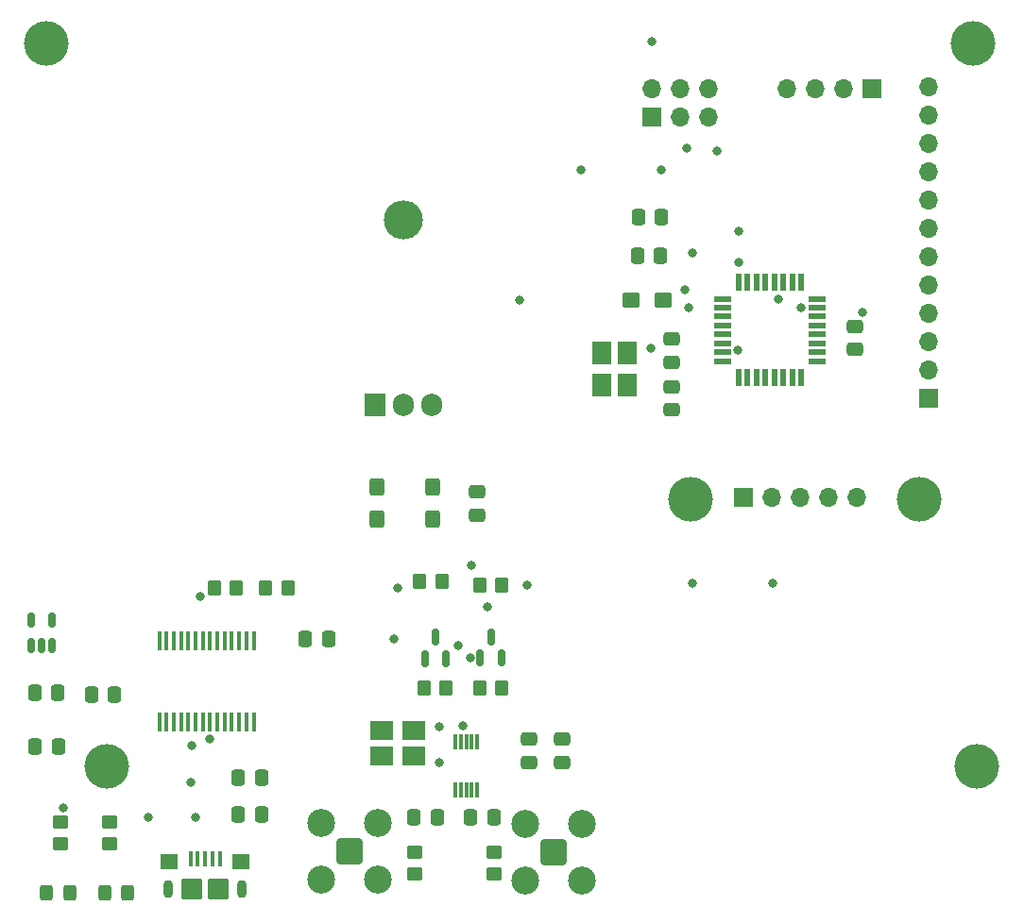
<source format=gbr>
%TF.GenerationSoftware,KiCad,Pcbnew,8.0.3*%
%TF.CreationDate,2024-07-02T16:04:09+02:00*%
%TF.ProjectId,sis5351a GPS controlled time base,73697335-3335-4316-9120-47505320636f,rev?*%
%TF.SameCoordinates,Original*%
%TF.FileFunction,Soldermask,Top*%
%TF.FilePolarity,Negative*%
%FSLAX46Y46*%
G04 Gerber Fmt 4.6, Leading zero omitted, Abs format (unit mm)*
G04 Created by KiCad (PCBNEW 8.0.3) date 2024-07-02 16:04:09*
%MOMM*%
%LPD*%
G01*
G04 APERTURE LIST*
G04 Aperture macros list*
%AMRoundRect*
0 Rectangle with rounded corners*
0 $1 Rounding radius*
0 $2 $3 $4 $5 $6 $7 $8 $9 X,Y pos of 4 corners*
0 Add a 4 corners polygon primitive as box body*
4,1,4,$2,$3,$4,$5,$6,$7,$8,$9,$2,$3,0*
0 Add four circle primitives for the rounded corners*
1,1,$1+$1,$2,$3*
1,1,$1+$1,$4,$5*
1,1,$1+$1,$6,$7*
1,1,$1+$1,$8,$9*
0 Add four rect primitives between the rounded corners*
20,1,$1+$1,$2,$3,$4,$5,0*
20,1,$1+$1,$4,$5,$6,$7,0*
20,1,$1+$1,$6,$7,$8,$9,0*
20,1,$1+$1,$8,$9,$2,$3,0*%
G04 Aperture macros list end*
%ADD10RoundRect,0.250000X-0.537500X-0.425000X0.537500X-0.425000X0.537500X0.425000X-0.537500X0.425000X0*%
%ADD11RoundRect,0.250000X-0.425000X0.537500X-0.425000X-0.537500X0.425000X-0.537500X0.425000X0.537500X0*%
%ADD12R,2.100000X1.800000*%
%ADD13RoundRect,0.250000X-0.337500X-0.475000X0.337500X-0.475000X0.337500X0.475000X-0.337500X0.475000X0*%
%ADD14RoundRect,0.250000X0.337500X0.475000X-0.337500X0.475000X-0.337500X-0.475000X0.337500X-0.475000X0*%
%ADD15RoundRect,0.250000X-0.325000X-0.450000X0.325000X-0.450000X0.325000X0.450000X-0.325000X0.450000X0*%
%ADD16RoundRect,0.250000X0.450000X-0.350000X0.450000X0.350000X-0.450000X0.350000X-0.450000X-0.350000X0*%
%ADD17RoundRect,0.100000X-0.100000X-0.575000X0.100000X-0.575000X0.100000X0.575000X-0.100000X0.575000X0*%
%ADD18O,0.900000X1.600000*%
%ADD19RoundRect,0.250000X-0.550000X-0.450000X0.550000X-0.450000X0.550000X0.450000X-0.550000X0.450000X0*%
%ADD20RoundRect,0.250000X-0.700000X-0.700000X0.700000X-0.700000X0.700000X0.700000X-0.700000X0.700000X0*%
%ADD21RoundRect,0.250000X-0.475000X0.337500X-0.475000X-0.337500X0.475000X-0.337500X0.475000X0.337500X0*%
%ADD22R,1.600000X0.550000*%
%ADD23R,0.550000X1.600000*%
%ADD24C,4.000000*%
%ADD25R,1.700000X1.700000*%
%ADD26O,1.700000X1.700000*%
%ADD27RoundRect,0.150000X0.150000X-0.512500X0.150000X0.512500X-0.150000X0.512500X-0.150000X-0.512500X0*%
%ADD28RoundRect,0.250000X0.475000X-0.337500X0.475000X0.337500X-0.475000X0.337500X-0.475000X-0.337500X0*%
%ADD29RoundRect,0.250000X-0.350000X-0.450000X0.350000X-0.450000X0.350000X0.450000X-0.350000X0.450000X0*%
%ADD30RoundRect,0.250000X0.350000X0.450000X-0.350000X0.450000X-0.350000X-0.450000X0.350000X-0.450000X0*%
%ADD31RoundRect,0.200100X0.949900X0.949900X-0.949900X0.949900X-0.949900X-0.949900X0.949900X-0.949900X0*%
%ADD32C,2.500000*%
%ADD33R,0.300000X1.400000*%
%ADD34RoundRect,0.150000X0.150000X-0.587500X0.150000X0.587500X-0.150000X0.587500X-0.150000X-0.587500X0*%
%ADD35O,3.500000X3.500000*%
%ADD36R,1.905000X2.000000*%
%ADD37O,1.905000X2.000000*%
%ADD38R,0.450000X1.750000*%
%ADD39R,1.800000X2.100000*%
%ADD40C,0.800000*%
G04 APERTURE END LIST*
D10*
%TO.C,C7*%
X181000000Y-82600000D03*
X183875000Y-82600000D03*
%TD*%
D11*
%TO.C,C13*%
X163166400Y-99385300D03*
X163166400Y-102260300D03*
%TD*%
%TO.C,C12*%
X158166400Y-99347800D03*
X158166400Y-102222800D03*
%TD*%
D12*
%TO.C,Y1*%
X161500000Y-121200000D03*
X158600000Y-121200000D03*
X158600000Y-123500000D03*
X161500000Y-123500000D03*
%TD*%
D13*
%TO.C,C19*%
X161522500Y-129032000D03*
X163597500Y-129032000D03*
%TD*%
D14*
%TO.C,C18*%
X168677500Y-129032000D03*
X166602500Y-129032000D03*
%TD*%
%TO.C,C17*%
X147849500Y-128778000D03*
X145774500Y-128778000D03*
%TD*%
%TO.C,C16*%
X147849500Y-125476000D03*
X145774500Y-125476000D03*
%TD*%
D15*
%TO.C,D1*%
X128600000Y-135800000D03*
X130650000Y-135800000D03*
%TD*%
D16*
%TO.C,R9*%
X168656000Y-134112000D03*
X168656000Y-132112000D03*
%TD*%
D17*
%TO.C,J1*%
X141500000Y-132725000D03*
X142150000Y-132725000D03*
X142800000Y-132725000D03*
X143450000Y-132725000D03*
X144100000Y-132725000D03*
D18*
X139500000Y-135400000D03*
D19*
X139600000Y-132950000D03*
D20*
X141600000Y-135400000D03*
X144000000Y-135400000D03*
D19*
X146000000Y-132950000D03*
D18*
X146100000Y-135400000D03*
%TD*%
D21*
%TO.C,C8*%
X201000000Y-84925000D03*
X201000000Y-87000000D03*
%TD*%
D13*
%TO.C,C5*%
X181525000Y-78600000D03*
X183600000Y-78600000D03*
%TD*%
D22*
%TO.C,U3*%
X189171000Y-82467800D03*
X189171000Y-83267800D03*
X189171000Y-84067800D03*
X189171000Y-84867800D03*
X189171000Y-85667800D03*
X189171000Y-86467800D03*
X189171000Y-87267800D03*
X189171000Y-88067800D03*
D23*
X190621000Y-89517800D03*
X191421000Y-89517800D03*
X192221000Y-89517800D03*
X193021000Y-89517800D03*
X193821000Y-89517800D03*
X194621000Y-89517800D03*
X195421000Y-89517800D03*
X196221000Y-89517800D03*
D22*
X197671000Y-88067800D03*
X197671000Y-87267800D03*
X197671000Y-86467800D03*
X197671000Y-85667800D03*
X197671000Y-84867800D03*
X197671000Y-84067800D03*
X197671000Y-83267800D03*
X197671000Y-82467800D03*
D23*
X196221000Y-81017800D03*
X195421000Y-81017800D03*
X194621000Y-81017800D03*
X193821000Y-81017800D03*
X193021000Y-81017800D03*
X192221000Y-81017800D03*
X191421000Y-81017800D03*
X190621000Y-81017800D03*
%TD*%
D16*
%TO.C,R6*%
X134200000Y-131400000D03*
X134200000Y-129400000D03*
%TD*%
D24*
%TO.C,*%
X211600000Y-59600000D03*
%TD*%
D25*
%TO.C,J2*%
X191030000Y-100300000D03*
D26*
X193570000Y-100300000D03*
X196110000Y-100300000D03*
X198650000Y-100300000D03*
X201190000Y-100300000D03*
%TD*%
D21*
%TO.C,C3*%
X174800000Y-122000000D03*
X174800000Y-124075000D03*
%TD*%
D27*
%TO.C,U2*%
X127200000Y-113600000D03*
X128150000Y-113600000D03*
X129100000Y-113600000D03*
X129100000Y-111325000D03*
X127200000Y-111325000D03*
%TD*%
D28*
%TO.C,C14*%
X184600000Y-92425000D03*
X184600000Y-90350000D03*
%TD*%
D24*
%TO.C,*%
X212000000Y-124400000D03*
%TD*%
D13*
%TO.C,C1*%
X127562500Y-122600000D03*
X129637500Y-122600000D03*
%TD*%
D29*
%TO.C,R8*%
X143600000Y-108400000D03*
X145600000Y-108400000D03*
%TD*%
D24*
%TO.C,*%
X128600000Y-59600000D03*
%TD*%
D29*
%TO.C,R2*%
X167400000Y-108200000D03*
X169400000Y-108200000D03*
%TD*%
D30*
%TO.C,R7*%
X150200000Y-108400000D03*
X148200000Y-108400000D03*
%TD*%
D21*
%TO.C,C15*%
X184600000Y-86075000D03*
X184600000Y-88150000D03*
%TD*%
D29*
%TO.C,R1*%
X162000000Y-107800000D03*
X164000000Y-107800000D03*
%TD*%
D16*
%TO.C,R10*%
X161544000Y-134096000D03*
X161544000Y-132096000D03*
%TD*%
D29*
%TO.C,R3*%
X167400000Y-117400000D03*
X169400000Y-117400000D03*
%TD*%
D21*
%TO.C,C9*%
X167166400Y-99785300D03*
X167166400Y-101860300D03*
%TD*%
D31*
%TO.C,J7*%
X155700000Y-132050000D03*
D32*
X158240000Y-134590000D03*
X158240000Y-129510000D03*
X153160000Y-134590000D03*
X153160000Y-129510000D03*
%TD*%
D29*
%TO.C,R4*%
X162400000Y-117400000D03*
X164400000Y-117400000D03*
%TD*%
D13*
%TO.C,C10*%
X151762500Y-113000000D03*
X153837500Y-113000000D03*
%TD*%
D33*
%TO.C,U1*%
X167200600Y-122176800D03*
X166700600Y-122176800D03*
X166200600Y-122176800D03*
X165700600Y-122176800D03*
X165200600Y-122176800D03*
X165200600Y-126576800D03*
X165700600Y-126576800D03*
X166200600Y-126576800D03*
X166700600Y-126576800D03*
X167200600Y-126576800D03*
%TD*%
D24*
%TO.C,REF\u002A\u002A*%
X186315000Y-100480000D03*
X206815000Y-100480000D03*
%TD*%
D34*
%TO.C,Q2*%
X162511000Y-114735400D03*
X164411000Y-114735400D03*
X163461000Y-112860400D03*
%TD*%
D13*
%TO.C,C11*%
X132600000Y-118000000D03*
X134675000Y-118000000D03*
%TD*%
D21*
%TO.C,C4*%
X171800000Y-122000000D03*
X171800000Y-124075000D03*
%TD*%
D35*
%TO.C,U4*%
X160600000Y-75370000D03*
D36*
X158060000Y-92030000D03*
D37*
X160600000Y-92030000D03*
X163140000Y-92030000D03*
%TD*%
D13*
%TO.C,C6*%
X181612500Y-75150000D03*
X183687500Y-75150000D03*
%TD*%
D31*
%TO.C,J6*%
X174060000Y-132100000D03*
D32*
X176600000Y-134640000D03*
X176600000Y-129560000D03*
X171520000Y-134640000D03*
X171520000Y-129560000D03*
%TD*%
D38*
%TO.C,U5*%
X147150000Y-113200000D03*
X146500000Y-113200000D03*
X145850000Y-113200000D03*
X145200000Y-113200000D03*
X144550000Y-113200000D03*
X143900000Y-113200000D03*
X143250000Y-113200000D03*
X142600000Y-113200000D03*
X141950000Y-113200000D03*
X141300000Y-113200000D03*
X140650000Y-113200000D03*
X140000000Y-113200000D03*
X139350000Y-113200000D03*
X138700000Y-113200000D03*
X138700000Y-120400000D03*
X139350000Y-120400000D03*
X140000000Y-120400000D03*
X140650000Y-120400000D03*
X141300000Y-120400000D03*
X141950000Y-120400000D03*
X142600000Y-120400000D03*
X143250000Y-120400000D03*
X143900000Y-120400000D03*
X144550000Y-120400000D03*
X145200000Y-120400000D03*
X145850000Y-120400000D03*
X146500000Y-120400000D03*
X147150000Y-120400000D03*
%TD*%
D25*
%TO.C,J4*%
X182860000Y-66140000D03*
D26*
X182860000Y-63600000D03*
X185400000Y-66140000D03*
X185400000Y-63600000D03*
X187940000Y-66140000D03*
X187940000Y-63600000D03*
%TD*%
D34*
%TO.C,Q1*%
X167461000Y-114672900D03*
X169361000Y-114672900D03*
X168411000Y-112797900D03*
%TD*%
D25*
%TO.C,J5*%
X207600000Y-91360000D03*
D26*
X207600000Y-88820000D03*
X207600000Y-86280000D03*
X207600000Y-83740000D03*
X207600000Y-81200000D03*
X207600000Y-78660000D03*
X207600000Y-76120000D03*
X207600000Y-73580000D03*
X207600000Y-71040000D03*
X207600000Y-68500000D03*
X207600000Y-65960000D03*
X207600000Y-63420000D03*
%TD*%
D13*
%TO.C,C2*%
X127525000Y-117800000D03*
X129600000Y-117800000D03*
%TD*%
D39*
%TO.C,Y2*%
X180650000Y-90200000D03*
X180650000Y-87300000D03*
X178350000Y-87300000D03*
X178350000Y-90200000D03*
%TD*%
D15*
%TO.C,D2*%
X133800000Y-135800000D03*
X135850000Y-135800000D03*
%TD*%
D24*
%TO.C,*%
X134000000Y-124400000D03*
%TD*%
D25*
%TO.C,J3*%
X202600000Y-63600000D03*
D26*
X200060000Y-63600000D03*
X197520000Y-63600000D03*
X194980000Y-63600000D03*
%TD*%
D16*
%TO.C,R5*%
X129800000Y-131400000D03*
X129800000Y-129400000D03*
%TD*%
D40*
X166698200Y-106416000D03*
X166542300Y-114704700D03*
X183650000Y-70900000D03*
X176450000Y-70950000D03*
X193650000Y-108000000D03*
X186100000Y-83300000D03*
X186450000Y-108000000D03*
X163750000Y-120900000D03*
X182750000Y-86900000D03*
X163750000Y-124100000D03*
X182800000Y-59400000D03*
X170992800Y-82600000D03*
X159717000Y-113000000D03*
X141900000Y-128950000D03*
X141550000Y-125900000D03*
X186000000Y-69000000D03*
X190600000Y-79200000D03*
X190600000Y-76400000D03*
X168100000Y-110150000D03*
X171700000Y-108200000D03*
X201680200Y-83708300D03*
X190573500Y-87118500D03*
X188689100Y-69201600D03*
X194184400Y-82467800D03*
X196251200Y-83267800D03*
X165931400Y-120810300D03*
X165512500Y-113607900D03*
X130096500Y-128165800D03*
X141606800Y-122574700D03*
X143248400Y-121981800D03*
X137688700Y-129010200D03*
X160064100Y-108400000D03*
X185791400Y-81629000D03*
X186515900Y-78324500D03*
X142375700Y-109136300D03*
M02*

</source>
